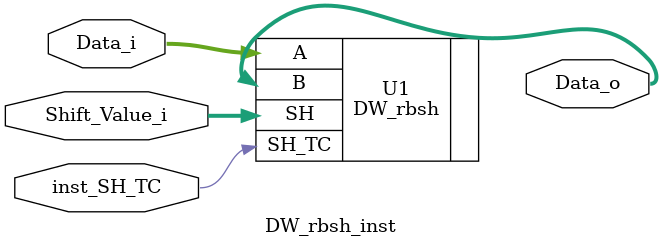
<source format=v>
module DW_rbsh_inst #(parameter SWR = 8, parameter EWR = 3) ( Data_i, Shift_Value_i, inst_SH_TC, Data_o );
//Barrel Shifter with Preferred Right Direction

input [SWR-1 : 0] Data_i;
input [EWR-1 : 0] Shift_Value_i;
input inst_SH_TC;
output [SWR-1 : 0] Data_o;

    // Instance of DW_rbsh
    DW_rbsh #(SWR, EWR) U1 (
			.A(Data_i),
			.SH(Shift_Value_i),
			.SH_TC(inst_SH_TC),
			.B(Data_o) );

endmodule

</source>
